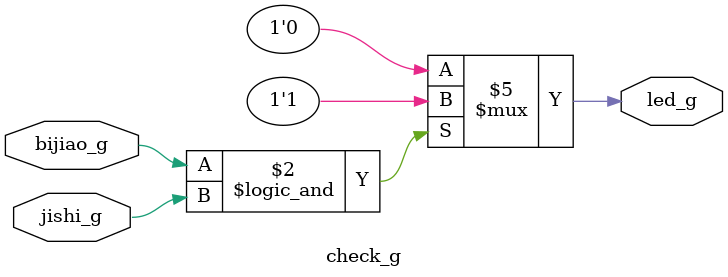
<source format=v>
`timescale 1ns / 1ps


module check_g(input bijiao_g, jishi_g,
               output reg led_g);
initial
begin
    led_g = 0;
end

always@(*)
begin
    if(bijiao_g && jishi_g) led_g = 1;
    else led_g = 0;
end
endmodule

</source>
